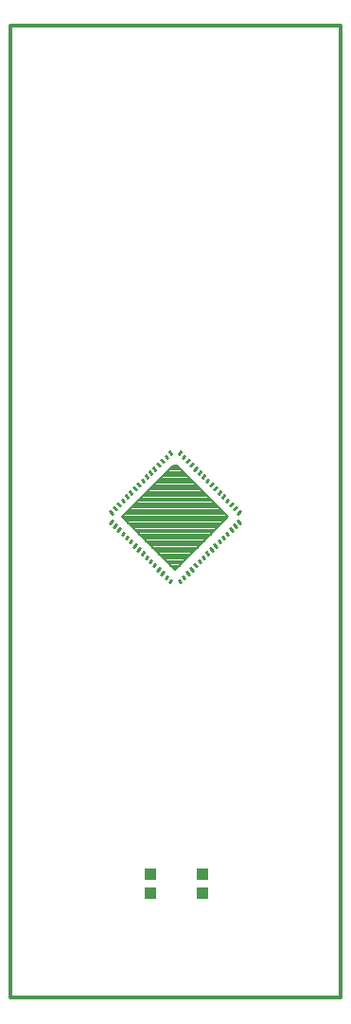
<source format=gtp>
G75*
G70*
%OFA0B0*%
%FSLAX24Y24*%
%IPPOS*%
%LPD*%
%AMOC8*
5,1,8,0,0,1.08239X$1,22.5*
%
%ADD10C,0.0120*%
%ADD11R,0.0394X0.0433*%
%ADD12C,0.0098*%
%ADD13C,0.0080*%
D10*
X000503Y000170D02*
X012157Y000170D01*
X012157Y034344D01*
X000503Y034344D01*
X000503Y000170D01*
D11*
X005442Y003850D03*
X005442Y004519D03*
X007288Y004535D03*
X007288Y003866D03*
D12*
X006522Y014780D02*
X006440Y014862D01*
X006579Y015001D02*
X006661Y014919D01*
X006800Y015058D02*
X006718Y015140D01*
X006858Y015280D02*
X006940Y015198D01*
X007079Y015337D02*
X006997Y015419D01*
X007136Y015558D02*
X007218Y015476D01*
X007357Y015615D02*
X007275Y015697D01*
X007414Y015836D02*
X007496Y015754D01*
X007636Y015893D02*
X007554Y015975D01*
X007693Y016115D02*
X007775Y016033D01*
X007914Y016172D02*
X007832Y016254D01*
X007971Y016393D02*
X008053Y016311D01*
X008192Y016450D02*
X008110Y016532D01*
X008250Y016671D02*
X008332Y016589D01*
X008471Y016729D02*
X008389Y016811D01*
X008528Y016950D02*
X008610Y016868D01*
X008528Y017202D02*
X008610Y017284D01*
X008471Y017423D02*
X008389Y017341D01*
X008250Y017480D02*
X008332Y017562D01*
X008192Y017702D02*
X008110Y017620D01*
X007971Y017759D02*
X008053Y017841D01*
X007914Y017980D02*
X007832Y017898D01*
X007693Y018037D02*
X007775Y018119D01*
X007636Y018258D02*
X007554Y018176D01*
X007414Y018315D02*
X007496Y018397D01*
X007357Y018537D02*
X007275Y018455D01*
X007136Y018594D02*
X007218Y018676D01*
X007079Y018815D02*
X006997Y018733D01*
X006858Y018872D02*
X006940Y018954D01*
X006800Y019093D02*
X006718Y019011D01*
X006579Y019151D02*
X006661Y019233D01*
X006522Y019372D02*
X006440Y019290D01*
X006188Y019290D02*
X006106Y019372D01*
X005967Y019233D02*
X006049Y019151D01*
X005910Y019011D02*
X005828Y019093D01*
X005688Y018954D02*
X005770Y018872D01*
X005631Y018733D02*
X005549Y018815D01*
X005410Y018676D02*
X005492Y018594D01*
X005353Y018455D02*
X005271Y018537D01*
X005132Y018397D02*
X005214Y018315D01*
X005074Y018176D02*
X004992Y018258D01*
X004853Y018119D02*
X004935Y018037D01*
X004796Y017898D02*
X004714Y017980D01*
X004575Y017841D02*
X004657Y017759D01*
X004518Y017620D02*
X004436Y017702D01*
X004296Y017562D02*
X004378Y017480D01*
X004239Y017341D02*
X004157Y017423D01*
X004018Y017284D02*
X004100Y017202D01*
X004100Y016950D02*
X004018Y016868D01*
X004157Y016729D02*
X004239Y016811D01*
X004378Y016671D02*
X004296Y016589D01*
X004436Y016450D02*
X004518Y016532D01*
X004657Y016393D02*
X004575Y016311D01*
X004714Y016172D02*
X004796Y016254D01*
X004935Y016115D02*
X004853Y016033D01*
X004992Y015893D02*
X005074Y015975D01*
X005214Y015836D02*
X005132Y015754D01*
X005271Y015615D02*
X005353Y015697D01*
X005492Y015558D02*
X005410Y015476D01*
X005549Y015337D02*
X005631Y015419D01*
X005770Y015280D02*
X005688Y015198D01*
X005828Y015058D02*
X005910Y015140D01*
X006049Y015001D02*
X005967Y014919D01*
X006106Y014780D02*
X006188Y014862D01*
D13*
X006314Y015211D02*
X004449Y017076D01*
X006244Y018871D01*
X006384Y018871D01*
X008179Y017076D01*
X006314Y015211D01*
X006313Y015211D02*
X006315Y015211D01*
X006393Y015290D02*
X006235Y015290D01*
X006156Y015368D02*
X006472Y015368D01*
X006550Y015447D02*
X006078Y015447D01*
X005999Y015526D02*
X006629Y015526D01*
X006707Y015604D02*
X005921Y015604D01*
X005842Y015683D02*
X006786Y015683D01*
X006864Y015761D02*
X005764Y015761D01*
X005685Y015840D02*
X006943Y015840D01*
X007022Y015918D02*
X005606Y015918D01*
X005528Y015997D02*
X007100Y015997D01*
X007179Y016075D02*
X005449Y016075D01*
X005371Y016154D02*
X007257Y016154D01*
X007336Y016232D02*
X005292Y016232D01*
X005214Y016311D02*
X007414Y016311D01*
X007493Y016389D02*
X005135Y016389D01*
X005057Y016468D02*
X007571Y016468D01*
X007650Y016547D02*
X004978Y016547D01*
X004900Y016625D02*
X007728Y016625D01*
X007807Y016704D02*
X004821Y016704D01*
X004742Y016782D02*
X007886Y016782D01*
X007964Y016861D02*
X004664Y016861D01*
X004585Y016939D02*
X008043Y016939D01*
X008121Y017018D02*
X004507Y017018D01*
X004469Y017096D02*
X008159Y017096D01*
X008080Y017175D02*
X004548Y017175D01*
X004626Y017253D02*
X008002Y017253D01*
X007923Y017332D02*
X004705Y017332D01*
X004783Y017411D02*
X007845Y017411D01*
X007766Y017489D02*
X004862Y017489D01*
X004941Y017568D02*
X007687Y017568D01*
X007609Y017646D02*
X005019Y017646D01*
X005098Y017725D02*
X007530Y017725D01*
X007452Y017803D02*
X005176Y017803D01*
X005255Y017882D02*
X007373Y017882D01*
X007295Y017960D02*
X005333Y017960D01*
X005412Y018039D02*
X007216Y018039D01*
X007138Y018117D02*
X005490Y018117D01*
X005569Y018196D02*
X007059Y018196D01*
X006981Y018275D02*
X005647Y018275D01*
X005726Y018353D02*
X006902Y018353D01*
X006823Y018432D02*
X005804Y018432D01*
X005883Y018510D02*
X006745Y018510D01*
X006666Y018589D02*
X005962Y018589D01*
X006040Y018667D02*
X006588Y018667D01*
X006509Y018746D02*
X006119Y018746D01*
X006197Y018824D02*
X006431Y018824D01*
M02*

</source>
